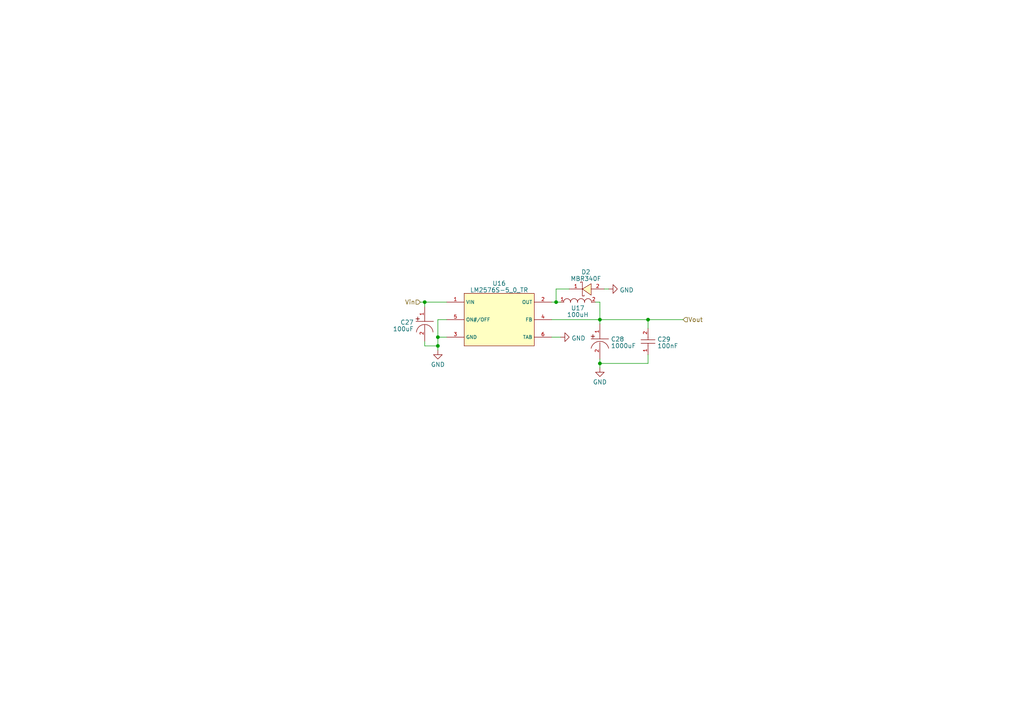
<source format=kicad_sch>
(kicad_sch (version 20231120) (generator "eeschema") (generator_version "8.0")
  (paper "A4")
  (title_block (title "LM2576 5V Power Supply") (date "2024-02-05") (rev "1") (company "DrinkRobotics") (comment 1 "https://git.xythobuz.de/thomas/Dispensy") (comment 2 "Licensed under the CERN-OHL-S-2.0+") (comment 3 "PCB Thickness: 1mm") (comment 4 "Copyright (c) 2023 - 2024 Thomas Buck <thomas@xythobuz.de>"))
  (lib_symbols
    (symbol "jlc:CC0402KRX7R8BB104" (pin_names hide)
      (property "Reference" "C" (at 0 1.27 0))
      (property "Value" "CC0402KRX7R8BB104" (at 0 -2.54 0))
      (symbol "CC0402KRX7R8BB104_0_1"
        (polyline (pts (xy -1.27 0) (xy -0.508 0)))
        (polyline (pts (xy -0.508 2.032) (xy -0.508 -2.032)))
        (polyline (pts (xy 0.508 0) (xy 1.27 0)))
        (polyline (pts (xy 0.508 2.032) (xy 0.508 -2.032)))
        (pin input line (at -3.81 0 0) (length 2.54) (name "1") (number "1"))
        (pin input line (at 3.81 0 180) (length 2.54) (name "2") (number "2"))
      )
    )
    (symbol "jlc:LM2576S-5_0_TR"
      (property "Reference" "U" (at 0 1.27 0))
      (property "Value" "LM2576S-5_0_TR" (at 0 -2.54 0))
      (symbol "LM2576S-5_0_TR_0_1"
        (rectangle (start -10.16 7.62) (end 10.16 -7.62) (fill (type background)))
        (pin power_in line (at -15.24 5.08 0) (length 5.08) (name "VIN") (number "1"))
        (pin power_in line (at 15.24 5.08 180) (length 5.08) (name "OUT") (number "2"))
        (pin power_in line (at -15.24 -5.08 0) (length 5.08) (name "GND") (number "3"))
        (pin unspecified line (at 15.24 0 180) (length 5.08) (name "FB") (number "4"))
        (pin unspecified line (at -15.24 0 0) (length 5.08) (name "ON#/OFF") (number "5"))
        (pin power_in line (at 15.24 -5.08 180) (length 5.08) (name "TAB") (number "6"))
      )
    )
    (symbol "jlc:MBR340F" (pin_names hide)
      (property "Reference" "D" (at 0 1.27 0))
      (property "Value" "MBR340F" (at 0 -2.54 0))
      (symbol "MBR340F_0_1"
        (polyline (pts (xy -1.27 0) (xy -1.27 -2.032) (xy -0.762 -2.032) (xy -0.762 -1.778)))
        (polyline (pts (xy -1.27 0) (xy -1.27 2.032) (xy -1.778 2.032) (xy -1.778 1.778)))
        (polyline (pts (xy 1.27 1.524) (xy -1.27 0) (xy 1.27 -1.778) (xy 1.27 1.524)) (fill (type background)))
        (pin unspecified line (at -5.08 0 0) (length 3.81) (name "1") (number "1"))
        (pin unspecified line (at 5.08 0 180) (length 3.81) (name "2") (number "2"))
      )
    )
    (symbol "jlc:VT1C102M1010" (pin_names hide)
      (property "Reference" "C25" (at 0 5.731 0))
      (property "Value" "VT1C102M1010" (at 0 3.81 0))
      (symbol "VT1C102M1010_0_1"
        (rectangle (start -2.032 -2.0066) (end -1.016 -2.032) (fill (type background)))
        (rectangle (start -1.524 -1.524) (end -1.4986 -2.54) (fill (type background)))
        (polyline (pts (xy -0.762 -2.54) (xy -0.762 2.54)))
        (arc (start 1.9722 2.54) (mid -0.0627 0) (end 1.9722 -2.54))
        (pin unspecified line (at -5.08 0 0) (length 4.318) (name "1") (number "1"))
        (pin unspecified line (at 5.08 0 180) (length 4.826) (name "2") (number "2"))
      )
    )
    (symbol "jlc:VZH101M1K1010-TRO" (pin_names hide)
      (property "Reference" "C24" (at 3.81 0.651 0))
      (property "Value" "VZH101M1K1010-TRO" (at 3.81 -1.27 0))
      (symbol "VZH101M1K1010-TRO_0_1"
        (rectangle (start -2.54 1.524) (end -1.524 1.4986) (fill (type background)))
        (rectangle (start -2.032 2.032) (end -2.0066 1.016) (fill (type background)))
        (polyline (pts (xy -2.54 0.762) (xy 2.54 0.762)))
        (arc (start 2.402 -2.3373) (mid -0.0054 -0.1295) (end -2.4028 -2.348))
        (pin unspecified line (at 0 5.08 270) (length 4.318) (name "1") (number "1"))
        (pin unspecified line (at 0 -5.08 90) (length 4.826) (name "2") (number "2"))
      )
    )
    (symbol "jlc:YSPI1050-101M" (pin_names hide)
      (property "Reference" "U13" (at -0.1265 3.8988 0))
      (property "Value" "YSPI1050-101M" (at -0.1265 1.9778 0))
      (symbol "YSPI1050-101M_0_1"
        (arc (start -2.1684 -0.1369) (mid -3.0337 1.006) (end -4.1806 0.1457))
        (arc (start -0.1364 -0.1369) (mid -1.0017 1.006) (end -2.1486 0.1457))
        (arc (start 1.8956 -0.1369) (mid 1.0303 1.006) (end -0.1166 0.1457))
        (arc (start 3.9276 -0.1369) (mid 3.0623 1.006) (end 1.9154 0.1457))
        (pin unspecified line (at -5.08 0 0) (length 1.016) (name "1") (number "1"))
        (pin unspecified line (at 5.08 0 180) (length 1.016) (name "2") (number "2"))
      )
    )
    (symbol "power:GND" (power) (pin_names (offset 0))
      (property "Value" "GND" (at 0 -3.81 0))
      (symbol "GND_0_1"
        (polyline (pts (xy 0 0) (xy 0 -1.27) (xy 1.27 -1.27) (xy 0 -2.54) (xy -1.27 -1.27) (xy 0 -1.27)))
      )
      (symbol "GND_1_1"
        (pin power_in line (at 0 0 270) (length 0) hide (name "GND") (number "1"))
      )
    )
  )
  (junction (at 127 100.33))
  (junction (at 127 97.79))
  (junction (at 173.99 105.41))
  (junction (at 123.19 87.63))
  (junction (at 187.96 92.71))
  (junction (at 173.99 92.71))
  (junction (at 161.29 87.63))
  (wire (pts (xy 173.99 87.63) (xy 172.72 87.63)))
  (wire (pts (xy 121.92 87.63) (xy 123.19 87.63)))
  (wire (pts (xy 123.19 87.63) (xy 123.19 88.9)))
  (wire (pts (xy 187.96 105.41) (xy 173.99 105.41)))
  (wire (pts (xy 173.99 92.71) (xy 187.96 92.71)))
  (wire (pts (xy 129.54 92.71) (xy 127 92.71)))
  (wire (pts (xy 127 97.79) (xy 127 100.33)))
  (wire (pts (xy 160.02 92.71) (xy 173.99 92.71)))
  (wire (pts (xy 187.96 92.71) (xy 187.96 95.25)))
  (wire (pts (xy 160.02 87.63) (xy 161.29 87.63)))
  (wire (pts (xy 123.19 87.63) (xy 129.54 87.63)))
  (wire (pts (xy 187.96 102.87) (xy 187.96 105.41)))
  (wire (pts (xy 175.26 83.82) (xy 176.53 83.82)))
  (wire (pts (xy 123.19 100.33) (xy 127 100.33)))
  (wire (pts (xy 127 92.71) (xy 127 97.79)))
  (wire (pts (xy 173.99 105.41) (xy 173.99 106.68)))
  (wire (pts (xy 160.02 97.79) (xy 162.56 97.79)))
  (wire (pts (xy 165.1 83.82) (xy 161.29 83.82)))
  (wire (pts (xy 127 101.6) (xy 127 100.33)))
  (wire (pts (xy 173.99 92.71) (xy 173.99 93.98)))
  (wire (pts (xy 127 97.79) (xy 129.54 97.79)))
  (wire (pts (xy 161.29 87.63) (xy 162.56 87.63)))
  (wire (pts (xy 187.96 92.71) (xy 198.12 92.71)))
  (wire (pts (xy 173.99 104.14) (xy 173.99 105.41)))
  (wire (pts (xy 173.99 92.71) (xy 173.99 87.63)))
  (wire (pts (xy 161.29 83.82) (xy 161.29 87.63)))
  (wire (pts (xy 123.19 99.06) (xy 123.19 100.33)))
  (hierarchical_label "Vin" (shape input) (at 121.92 87.63 180))
  (hierarchical_label "Vout" (shape input) (at 198.12 92.71 0))
  (symbol (lib_id "jlc:VZH101M1K1010-TRO") (at 123.19 93.98 0) (unit 1)
    (property "Reference" "C27" (at 120.0151 93.4943 0) (effects (justify right)))
    (property "Value" "100uF" (at 120.0151 95.4153 0) (effects (justify right)))
    (property "Footprint" "jlc_footprints:CAP-SMD_BD10.0-L10.3-W10.3-FD" (effects (hide yes)))
    (property "Datasheet" "https://item.szlcsc.com/245683.html" (effects (hide yes)))
    (property "LCSC" "C249838" (effects (hide yes)))
    (property "Capacitance" "100uF" (effects (hide yes)))
    (instances (project "dispensy" (path "" (reference "C27") (unit 1)) (path "" (reference "C2") (unit 1))))
  )
  (symbol (lib_id "jlc:MBR340F") (at 170.18 83.82 0) (unit 1)
    (property "Reference" "D2" (at 169.926 78.9051 0))
    (property "Value" "MBR340F" (at 169.926 80.8261 0))
    (property "Footprint" "jlc_footprints:SOD-123_L2.8-W1.8-LS3.7-RD" (effects (hide yes)))
    (property "Datasheet" "https://item.szlcsc.com/301422.html" (effects (hide yes)))
    (property "LCSC" "C475721" (effects (hide yes)))
    (instances (project "dispensy" (path "" (reference "D2") (unit 1)) (path "" (reference "D1") (unit 1))))
  )
  (symbol (lib_id "power:GND") (at 127 101.6 0) (unit 1)
    (property "Reference" "#PWR069" (effects (hide yes)))
    (property "Value" "GND" (at 127 105.7355 0))
    (instances (project "dispensy" (path "" (reference "#PWR069") (unit 1)) (path "" (reference "#PWR020") (unit 1))))
  )
  (symbol (lib_id "power:GND") (at 173.99 106.68 0) (unit 1)
    (property "Reference" "#PWR071" (effects (hide yes)))
    (property "Value" "GND" (at 173.99 110.8155 0))
    (instances (project "dispensy" (path "" (reference "#PWR071") (unit 1)) (path "" (reference "#PWR022") (unit 1))))
  )
  (symbol (lib_id "power:GND") (at 162.56 97.79 90) (unit 1)
    (property "Reference" "#PWR070" (effects (hide yes)))
    (property "Value" "GND" (at 165.735 98.1068 90) (effects (justify right)))
    (instances (project "dispensy" (path "" (reference "#PWR070") (unit 1)) (path "" (reference "#PWR021") (unit 1))))
  )
  (symbol (lib_id "jlc:VT1C102M1010") (at 173.99 99.06 270) (unit 1)
    (property "Reference" "C28" (at 177.165 98.3864 90) (effects (justify left)))
    (property "Value" "1000uF" (at 177.165 100.3074 90) (effects (justify left)))
    (property "Footprint" "jlc_footprints:CAP-SMD_BD10.0-L10.3-W10.3-LS11.3-FD" (effects (hide yes)))
    (property "Datasheet" "https://atta.szlcsc.com/upload/public/pdf/source/20170630/1498816639192.pdf" (effects (hide yes)))
    (property "LCSC" "C310843" (effects (hide yes)))
    (property "Capacitance" "1000uF" (effects (hide yes)))
    (instances (project "dispensy" (path "" (reference "C28") (unit 1)) (path "" (reference "C3") (unit 1))))
  )
  (symbol (lib_id "power:GND") (at 176.53 83.82 90) (unit 1)
    (property "Reference" "#PWR072" (effects (hide yes)))
    (property "Value" "GND" (at 179.705 84.1368 90) (effects (justify right)))
    (instances (project "dispensy" (path "" (reference "#PWR072") (unit 1)) (path "" (reference "#PWR023") (unit 1))))
  )
  (symbol (lib_id "jlc:LM2576S-5_0_TR") (at 144.78 92.71 0) (unit 1)
    (property "Reference" "U16" (at 144.78 82.2071 0))
    (property "Value" "LM2576S-5_0_TR" (at 144.78 84.1281 0))
    (property "Footprint" "jlc_footprints:TO-263-5_L10.6-W9.6-P1.70-LS15.9-BR" (effects (hide yes)))
    (property "Datasheet" "https://item.szlcsc.com/139878.html" (effects (hide yes)))
    (property "LCSC" "C194472" (effects (hide yes)))
    (instances (project "dispensy" (path "" (reference "U16") (unit 1)) (path "" (reference "U3") (unit 1))))
  )
  (symbol (lib_id "jlc:YSPI1050-101M") (at 167.64 87.63 0) (unit 1)
    (property "Reference" "U17" (at 167.5817 89.3624 0))
    (property "Value" "100uH" (at 167.5817 91.2834 0))
    (property "Footprint" "jlc_footprints:IND-SMD_L11.5-W10.0_YSPI1050" (effects (hide yes)))
    (property "Datasheet" "https://item.szlcsc.com/509548.html" (effects (hide yes)))
    (property "LCSC" "C497903" (effects (hide yes)))
    (property "Inductance" "100uH" (effects (hide yes)))
    (instances (project "dispensy" (path "" (reference "U17") (unit 1)) (path "" (reference "U4") (unit 1))))
  )
  (symbol (lib_id "jlc:CC0402KRX7R8BB104") (at 187.96 99.06 90) (unit 1)
    (property "Reference" "C29" (at 190.627 98.4163 90) (effects (justify right)))
    (property "Value" "100nF" (at 190.627 100.3373 90) (effects (justify right)))
    (property "Footprint" "jlc_footprints:C0402" (effects (hide yes)))
    (property "Datasheet" "https://item.szlcsc.com/15869.html" (effects (hide yes)))
    (property "LCSC" "C105883" (effects (hide yes)))
    (property "Capacitance" "100nF" (effects (hide yes)))
    (instances (project "dispensy" (path "" (reference "C29") (unit 1)) (path "" (reference "C30") (unit 1))))
  )
)
</source>
